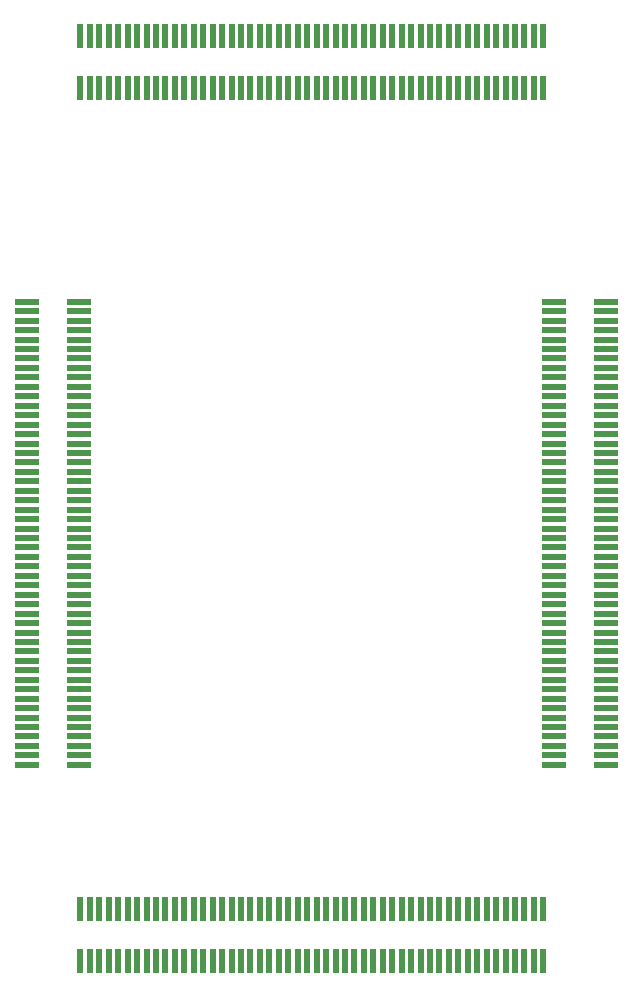
<source format=gbr>
%TF.GenerationSoftware,KiCad,Pcbnew,(5.1.4)-1*%
%TF.CreationDate,2019-12-13T12:22:17-06:00*%
%TF.ProjectId,payload_board,7061796c-6f61-4645-9f62-6f6172642e6b,rev?*%
%TF.SameCoordinates,Original*%
%TF.FileFunction,Paste,Top*%
%TF.FilePolarity,Positive*%
%FSLAX46Y46*%
G04 Gerber Fmt 4.6, Leading zero omitted, Abs format (unit mm)*
G04 Created by KiCad (PCBNEW (5.1.4)-1) date 2019-12-13 12:22:17*
%MOMM*%
%LPD*%
G04 APERTURE LIST*
%ADD10R,0.500000X2.000000*%
%ADD11R,2.000000X0.500000*%
G04 APERTURE END LIST*
D10*
X68145000Y-132445000D03*
X68145000Y-136845000D03*
X68945000Y-132445000D03*
X68945000Y-136845000D03*
X69745000Y-132445000D03*
X69745000Y-136845000D03*
X70545000Y-132445000D03*
X70545000Y-136845000D03*
X71345000Y-132445000D03*
X71345000Y-136845000D03*
X72145000Y-132445000D03*
X72145000Y-136845000D03*
X72945000Y-132445000D03*
X72945000Y-136845000D03*
X73745000Y-132445000D03*
X73745000Y-136845000D03*
X74545000Y-132445000D03*
X74545000Y-136845000D03*
X75345000Y-132445000D03*
X75345000Y-136845000D03*
X76145000Y-132445000D03*
X76145000Y-136845000D03*
X76945000Y-132445000D03*
X76945000Y-136845000D03*
X77745000Y-132445000D03*
X77745000Y-136845000D03*
X78545000Y-132445000D03*
X78545000Y-136845000D03*
X79345000Y-132445000D03*
X79345000Y-136845000D03*
X80145000Y-132445000D03*
X80145000Y-136845000D03*
X80945000Y-132445000D03*
X80945000Y-136845000D03*
X81745000Y-132445000D03*
X81745000Y-136845000D03*
X82545000Y-132445000D03*
X82545000Y-136845000D03*
X83345000Y-132445000D03*
X83345000Y-136845000D03*
X84145000Y-132445000D03*
X84145000Y-136845000D03*
X84945000Y-132445000D03*
X84945000Y-136845000D03*
X85745000Y-132445000D03*
X85745000Y-136845000D03*
X86545000Y-132445000D03*
X86545000Y-136845000D03*
X87345000Y-132445000D03*
X87345000Y-136845000D03*
X88145000Y-132445000D03*
X88145000Y-136845000D03*
X88945000Y-132445000D03*
X88945000Y-136845000D03*
X89745000Y-132445000D03*
X89745000Y-136845000D03*
X90545000Y-132445000D03*
X90545000Y-136845000D03*
X91345000Y-132445000D03*
X91345000Y-136845000D03*
X92145000Y-132445000D03*
X92145000Y-136845000D03*
X92945000Y-132445000D03*
X92945000Y-136845000D03*
X93745000Y-132445000D03*
X93745000Y-136845000D03*
X94545000Y-132445000D03*
X94545000Y-136845000D03*
X95345000Y-132445000D03*
X95345000Y-136845000D03*
X96145000Y-132445000D03*
X96145000Y-136845000D03*
X96945000Y-132445000D03*
X96945000Y-136845000D03*
X97745000Y-132445000D03*
X97745000Y-136845000D03*
X98545000Y-132445000D03*
X98545000Y-136845000D03*
X99345000Y-132445000D03*
X99345000Y-136845000D03*
X100145000Y-132445000D03*
X100145000Y-136845000D03*
X100945000Y-132445000D03*
X100945000Y-136845000D03*
X101745000Y-132445000D03*
X101745000Y-136845000D03*
X102545000Y-132445000D03*
X102545000Y-136845000D03*
X103345000Y-132445000D03*
X103345000Y-136845000D03*
X104145000Y-132445000D03*
X104145000Y-136845000D03*
X104945000Y-132445000D03*
X104945000Y-136845000D03*
X105745000Y-132445000D03*
X105745000Y-136845000D03*
X106545000Y-132445000D03*
X106545000Y-136845000D03*
X107345000Y-136845000D03*
X107345000Y-132445000D03*
X107345000Y-62855000D03*
X107345000Y-58455000D03*
X106545000Y-62855000D03*
X106545000Y-58455000D03*
X105745000Y-62855000D03*
X105745000Y-58455000D03*
X104945000Y-62855000D03*
X104945000Y-58455000D03*
X104145000Y-62855000D03*
X104145000Y-58455000D03*
X103345000Y-62855000D03*
X103345000Y-58455000D03*
X102545000Y-62855000D03*
X102545000Y-58455000D03*
X101745000Y-62855000D03*
X101745000Y-58455000D03*
X100945000Y-62855000D03*
X100945000Y-58455000D03*
X100145000Y-62855000D03*
X100145000Y-58455000D03*
X99345000Y-62855000D03*
X99345000Y-58455000D03*
X98545000Y-62855000D03*
X98545000Y-58455000D03*
X97745000Y-62855000D03*
X97745000Y-58455000D03*
X96945000Y-62855000D03*
X96945000Y-58455000D03*
X96145000Y-62855000D03*
X96145000Y-58455000D03*
X95345000Y-62855000D03*
X95345000Y-58455000D03*
X94545000Y-62855000D03*
X94545000Y-58455000D03*
X93745000Y-62855000D03*
X93745000Y-58455000D03*
X92945000Y-62855000D03*
X92945000Y-58455000D03*
X92145000Y-62855000D03*
X92145000Y-58455000D03*
X91345000Y-62855000D03*
X91345000Y-58455000D03*
X90545000Y-62855000D03*
X90545000Y-58455000D03*
X89745000Y-62855000D03*
X89745000Y-58455000D03*
X88945000Y-62855000D03*
X88945000Y-58455000D03*
X88145000Y-62855000D03*
X88145000Y-58455000D03*
X87345000Y-62855000D03*
X87345000Y-58455000D03*
X86545000Y-62855000D03*
X86545000Y-58455000D03*
X85745000Y-62855000D03*
X85745000Y-58455000D03*
X84945000Y-62855000D03*
X84945000Y-58455000D03*
X84145000Y-62855000D03*
X84145000Y-58455000D03*
X83345000Y-62855000D03*
X83345000Y-58455000D03*
X82545000Y-62855000D03*
X82545000Y-58455000D03*
X81745000Y-62855000D03*
X81745000Y-58455000D03*
X80945000Y-62855000D03*
X80945000Y-58455000D03*
X80145000Y-62855000D03*
X80145000Y-58455000D03*
X79345000Y-62855000D03*
X79345000Y-58455000D03*
X78545000Y-62855000D03*
X78545000Y-58455000D03*
X77745000Y-62855000D03*
X77745000Y-58455000D03*
X76945000Y-62855000D03*
X76945000Y-58455000D03*
X76145000Y-62855000D03*
X76145000Y-58455000D03*
X75345000Y-62855000D03*
X75345000Y-58455000D03*
X74545000Y-62855000D03*
X74545000Y-58455000D03*
X73745000Y-62855000D03*
X73745000Y-58455000D03*
X72945000Y-62855000D03*
X72945000Y-58455000D03*
X72145000Y-62855000D03*
X72145000Y-58455000D03*
X71345000Y-62855000D03*
X71345000Y-58455000D03*
X70545000Y-62855000D03*
X70545000Y-58455000D03*
X69745000Y-62855000D03*
X69745000Y-58455000D03*
X68945000Y-62855000D03*
X68945000Y-58455000D03*
X68145000Y-58455000D03*
X68145000Y-62855000D03*
D11*
X108265000Y-120195000D03*
X112665000Y-120195000D03*
X108265000Y-119395000D03*
X112665000Y-119395000D03*
X108265000Y-118595000D03*
X112665000Y-118595000D03*
X108265000Y-117795000D03*
X112665000Y-117795000D03*
X108265000Y-116995000D03*
X112665000Y-116995000D03*
X108265000Y-116195000D03*
X112665000Y-116195000D03*
X108265000Y-115395000D03*
X112665000Y-115395000D03*
X108265000Y-114595000D03*
X112665000Y-114595000D03*
X108265000Y-113795000D03*
X112665000Y-113795000D03*
X108265000Y-112995000D03*
X112665000Y-112995000D03*
X108265000Y-112195000D03*
X112665000Y-112195000D03*
X108265000Y-111395000D03*
X112665000Y-111395000D03*
X108265000Y-110595000D03*
X112665000Y-110595000D03*
X108265000Y-109795000D03*
X112665000Y-109795000D03*
X108265000Y-108995000D03*
X112665000Y-108995000D03*
X108265000Y-108195000D03*
X112665000Y-108195000D03*
X108265000Y-107395000D03*
X112665000Y-107395000D03*
X108265000Y-106595000D03*
X112665000Y-106595000D03*
X108265000Y-105795000D03*
X112665000Y-105795000D03*
X108265000Y-104995000D03*
X112665000Y-104995000D03*
X108265000Y-104195000D03*
X112665000Y-104195000D03*
X108265000Y-103395000D03*
X112665000Y-103395000D03*
X108265000Y-102595000D03*
X112665000Y-102595000D03*
X108265000Y-101795000D03*
X112665000Y-101795000D03*
X108265000Y-100995000D03*
X112665000Y-100995000D03*
X108265000Y-100195000D03*
X112665000Y-100195000D03*
X108265000Y-99395000D03*
X112665000Y-99395000D03*
X108265000Y-98595000D03*
X112665000Y-98595000D03*
X108265000Y-97795000D03*
X112665000Y-97795000D03*
X108265000Y-96995000D03*
X112665000Y-96995000D03*
X108265000Y-96195000D03*
X112665000Y-96195000D03*
X108265000Y-95395000D03*
X112665000Y-95395000D03*
X108265000Y-94595000D03*
X112665000Y-94595000D03*
X108265000Y-93795000D03*
X112665000Y-93795000D03*
X108265000Y-92995000D03*
X112665000Y-92995000D03*
X108265000Y-92195000D03*
X112665000Y-92195000D03*
X108265000Y-91395000D03*
X112665000Y-91395000D03*
X108265000Y-90595000D03*
X112665000Y-90595000D03*
X108265000Y-89795000D03*
X112665000Y-89795000D03*
X108265000Y-88995000D03*
X112665000Y-88995000D03*
X108265000Y-88195000D03*
X112665000Y-88195000D03*
X108265000Y-87395000D03*
X112665000Y-87395000D03*
X108265000Y-86595000D03*
X112665000Y-86595000D03*
X108265000Y-85795000D03*
X112665000Y-85795000D03*
X108265000Y-84995000D03*
X112665000Y-84995000D03*
X108265000Y-84195000D03*
X112665000Y-84195000D03*
X108265000Y-83395000D03*
X112665000Y-83395000D03*
X108265000Y-82595000D03*
X112665000Y-82595000D03*
X108265000Y-81795000D03*
X112665000Y-81795000D03*
X112665000Y-80995000D03*
X108265000Y-80995000D03*
X63615000Y-120195000D03*
X68015000Y-120195000D03*
X63615000Y-119395000D03*
X68015000Y-119395000D03*
X63615000Y-118595000D03*
X68015000Y-118595000D03*
X63615000Y-117795000D03*
X68015000Y-117795000D03*
X63615000Y-116995000D03*
X68015000Y-116995000D03*
X63615000Y-116195000D03*
X68015000Y-116195000D03*
X63615000Y-115395000D03*
X68015000Y-115395000D03*
X63615000Y-114595000D03*
X68015000Y-114595000D03*
X63615000Y-113795000D03*
X68015000Y-113795000D03*
X63615000Y-112995000D03*
X68015000Y-112995000D03*
X63615000Y-112195000D03*
X68015000Y-112195000D03*
X63615000Y-111395000D03*
X68015000Y-111395000D03*
X63615000Y-110595000D03*
X68015000Y-110595000D03*
X63615000Y-109795000D03*
X68015000Y-109795000D03*
X63615000Y-108995000D03*
X68015000Y-108995000D03*
X63615000Y-108195000D03*
X68015000Y-108195000D03*
X63615000Y-107395000D03*
X68015000Y-107395000D03*
X63615000Y-106595000D03*
X68015000Y-106595000D03*
X63615000Y-105795000D03*
X68015000Y-105795000D03*
X63615000Y-104995000D03*
X68015000Y-104995000D03*
X63615000Y-104195000D03*
X68015000Y-104195000D03*
X63615000Y-103395000D03*
X68015000Y-103395000D03*
X63615000Y-102595000D03*
X68015000Y-102595000D03*
X63615000Y-101795000D03*
X68015000Y-101795000D03*
X63615000Y-100995000D03*
X68015000Y-100995000D03*
X63615000Y-100195000D03*
X68015000Y-100195000D03*
X63615000Y-99395000D03*
X68015000Y-99395000D03*
X63615000Y-98595000D03*
X68015000Y-98595000D03*
X63615000Y-97795000D03*
X68015000Y-97795000D03*
X63615000Y-96995000D03*
X68015000Y-96995000D03*
X63615000Y-96195000D03*
X68015000Y-96195000D03*
X63615000Y-95395000D03*
X68015000Y-95395000D03*
X63615000Y-94595000D03*
X68015000Y-94595000D03*
X63615000Y-93795000D03*
X68015000Y-93795000D03*
X63615000Y-92995000D03*
X68015000Y-92995000D03*
X63615000Y-92195000D03*
X68015000Y-92195000D03*
X63615000Y-91395000D03*
X68015000Y-91395000D03*
X63615000Y-90595000D03*
X68015000Y-90595000D03*
X63615000Y-89795000D03*
X68015000Y-89795000D03*
X63615000Y-88995000D03*
X68015000Y-88995000D03*
X63615000Y-88195000D03*
X68015000Y-88195000D03*
X63615000Y-87395000D03*
X68015000Y-87395000D03*
X63615000Y-86595000D03*
X68015000Y-86595000D03*
X63615000Y-85795000D03*
X68015000Y-85795000D03*
X63615000Y-84995000D03*
X68015000Y-84995000D03*
X63615000Y-84195000D03*
X68015000Y-84195000D03*
X63615000Y-83395000D03*
X68015000Y-83395000D03*
X63615000Y-82595000D03*
X68015000Y-82595000D03*
X63615000Y-81795000D03*
X68015000Y-81795000D03*
X68015000Y-80995000D03*
X63615000Y-80995000D03*
M02*

</source>
